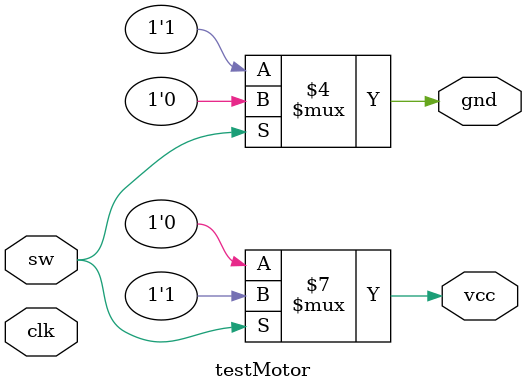
<source format=v>
module testMotor(vcc, gnd, sw, clk);

input sw, clk;

output vcc;
output gnd;

reg vcc, gnd;

always @ (1) begin
  if(sw == 1) begin
    vcc <= 1;
    gnd <= 0;
  end 
  else begin
    vcc <= 0;
    gnd <= 1;
  end
end

endmodule
</source>
